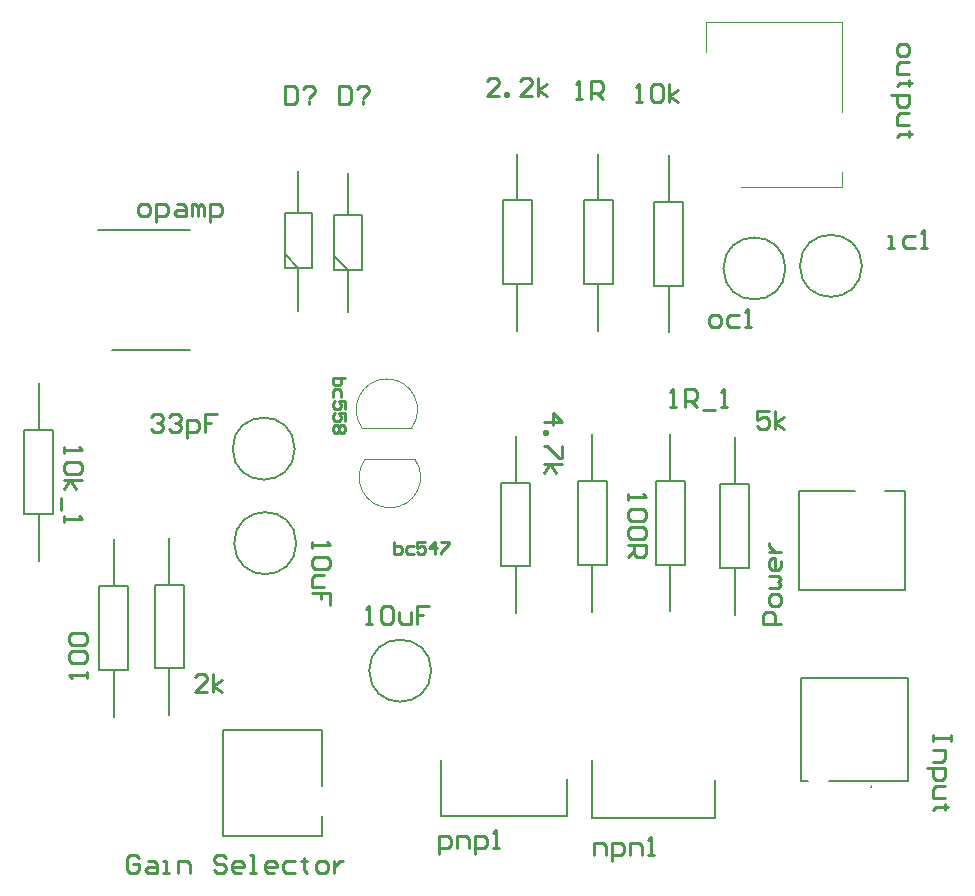
<source format=gto>
G04*
G04 #@! TF.GenerationSoftware,Altium Limited,Altium Designer,23.9.2 (47)*
G04*
G04 Layer_Color=65535*
%FSLAX44Y44*%
%MOMM*%
G71*
G04*
G04 #@! TF.SameCoordinates,F81C6849-98B2-4F71-9394-E41489A2B151*
G04*
G04*
G04 #@! TF.FilePolarity,Positive*
G04*
G01*
G75*
%ADD10C,0.2000*%
%ADD11C,0.1000*%
%ADD12C,0.2540*%
D10*
X934300Y781210D02*
G03*
X934300Y781210I-26250J0D01*
G01*
X999070Y783430D02*
G03*
X999070Y783430I-26250J0D01*
G01*
X518850Y628650D02*
G03*
X518850Y628650I-26250J0D01*
G01*
X520120Y548640D02*
G03*
X520120Y548640I-26250J0D01*
G01*
X1007110Y342840D02*
G03*
X1007110Y341840I0J-500D01*
G01*
D02*
G03*
X1007110Y342840I0J500D01*
G01*
D02*
G03*
X1007110Y341840I0J-500D01*
G01*
X634420Y440690D02*
G03*
X634420Y440690I-26250J0D01*
G01*
X891540Y598700D02*
Y638200D01*
Y488200D02*
Y527700D01*
X879290D02*
X903790D01*
Y598700D01*
X879290D02*
X903790D01*
X879290Y527700D02*
Y598700D01*
X542060Y342920D02*
Y390440D01*
Y342920D02*
Y390440D01*
X458060D02*
X542060D01*
X458060D02*
X542060D01*
X458060Y300440D02*
Y390440D01*
Y300440D02*
Y390440D01*
Y300440D02*
X542060D01*
X458060D02*
X542060D01*
Y317720D01*
Y300440D02*
Y317720D01*
X364510Y712470D02*
X430510D01*
X352160Y814070D02*
X430510D01*
X945600Y593180D02*
X993120D01*
X945600D02*
X993120D01*
X945600Y509180D02*
Y593180D01*
Y509180D02*
Y593180D01*
Y509180D02*
X1035600D01*
X945600D02*
X1035600D01*
Y593180D01*
Y509180D02*
Y593180D01*
X1018320D02*
X1035600D01*
X1018320D02*
X1035600D01*
X947110Y347340D02*
X953610D01*
X947110D02*
Y434340D01*
X1038110D01*
Y347340D02*
Y434340D01*
X971610Y347340D02*
X1038110D01*
X290010Y573420D02*
Y644420D01*
X314510D01*
Y573420D02*
Y644420D01*
X290010Y573420D02*
X314510D01*
X302260Y533920D02*
Y573420D01*
Y644420D02*
Y683920D01*
X353510Y441340D02*
Y512340D01*
X378010D01*
Y441340D02*
Y512340D01*
X353510Y441340D02*
X378010D01*
X365760Y401840D02*
Y441340D01*
Y512340D02*
Y551840D01*
X400500Y442610D02*
Y513610D01*
X425000D01*
Y442610D02*
Y513610D01*
X400500Y442610D02*
X425000D01*
X412750Y403110D02*
Y442610D01*
Y513610D02*
Y553110D01*
X749260Y317750D02*
Y349250D01*
X642560Y317750D02*
X749260D01*
X642560D02*
Y364750D01*
X875060Y315530D02*
Y347980D01*
X770860Y315530D02*
X875060D01*
X770860D02*
Y365330D01*
X510220Y781310D02*
Y827810D01*
X533720D01*
Y781310D02*
Y827810D01*
X510220Y781310D02*
X533720D01*
X510220Y793060D02*
X521970Y781310D01*
Y745440D02*
Y781310D01*
Y827810D02*
Y863680D01*
X552130Y780040D02*
Y826540D01*
X575630D01*
Y780040D02*
Y826540D01*
X552130Y780040D02*
X575630D01*
X552130Y791790D02*
X563880Y780040D01*
Y744170D02*
Y780040D01*
Y826540D02*
Y862410D01*
X707390Y838820D02*
Y878320D01*
Y728320D02*
Y767820D01*
X695140D02*
X719640D01*
Y838820D01*
X695140D02*
X719640D01*
X695140Y767820D02*
Y838820D01*
X775970D02*
Y878320D01*
Y728320D02*
Y767820D01*
X763720D02*
X788220D01*
Y838820D01*
X763720D02*
X788220D01*
X763720Y767820D02*
Y838820D01*
X835660Y837550D02*
Y877050D01*
Y727050D02*
Y766550D01*
X823410D02*
X847910D01*
Y837550D01*
X823410D02*
X847910D01*
X823410Y766550D02*
Y837550D01*
X770890Y601240D02*
Y640740D01*
Y490740D02*
Y530240D01*
X758640D02*
X783140D01*
Y601240D01*
X758640D02*
X783140D01*
X758640Y530240D02*
Y601240D01*
X706120Y599970D02*
Y639470D01*
Y489470D02*
Y528970D01*
X693870D02*
X718370D01*
Y599970D01*
X693870D02*
X718370D01*
X693870Y528970D02*
Y599970D01*
X836930Y601330D02*
Y640830D01*
Y490830D02*
Y530330D01*
X824680D02*
X849180D01*
Y601330D01*
X824680D02*
X849180D01*
X824680Y530330D02*
Y601330D01*
D11*
X617934Y646388D02*
G03*
X575892Y646351I-21035J15282D01*
G01*
X578405Y619802D02*
G03*
X620448Y619839I21035J-15282D01*
G01*
X575878Y646370D02*
X617921D01*
X578419Y619820D02*
X620462D01*
X982020Y850280D02*
Y863280D01*
X897020Y850280D02*
X982020D01*
X867020Y964880D02*
Y990280D01*
X982020D01*
Y914080D02*
Y990280D01*
D12*
X561258Y688806D02*
X551262D01*
Y683807D01*
X552928Y682141D01*
X554594D01*
X556260D01*
X557926Y683807D01*
Y688806D01*
Y672144D02*
Y677143D01*
X556260Y678809D01*
X552928D01*
X551262Y677143D01*
Y672144D01*
X561258Y662148D02*
Y668812D01*
X556260D01*
X557926Y665480D01*
Y663814D01*
X556260Y662148D01*
X552928D01*
X551262Y663814D01*
Y667146D01*
X552928Y668812D01*
X561258Y652151D02*
Y658815D01*
X556260D01*
X557926Y655483D01*
Y653817D01*
X556260Y652151D01*
X552928D01*
X551262Y653817D01*
Y657149D01*
X552928Y658815D01*
X559592Y648819D02*
X561258Y647152D01*
Y643820D01*
X559592Y642154D01*
X557926D01*
X556260Y643820D01*
X554594Y642154D01*
X552928D01*
X551262Y643820D01*
Y647152D01*
X552928Y648819D01*
X554594D01*
X556260Y647152D01*
X557926Y648819D01*
X559592D01*
X556260Y647152D02*
Y643820D01*
X602784Y549828D02*
Y539832D01*
X607783D01*
X609449Y541498D01*
Y543164D01*
Y544830D01*
X607783Y546496D01*
X602784D01*
X619445D02*
X614447D01*
X612781Y544830D01*
Y541498D01*
X614447Y539832D01*
X619445D01*
X629442Y549828D02*
X622778D01*
Y544830D01*
X626110Y546496D01*
X627776D01*
X629442Y544830D01*
Y541498D01*
X627776Y539832D01*
X624444D01*
X622778Y541498D01*
X637773Y539832D02*
Y549828D01*
X632775Y544830D01*
X639439D01*
X642771Y549828D02*
X649436D01*
Y548162D01*
X642771Y541498D01*
Y539832D01*
X387376Y281938D02*
X384837Y284478D01*
X379759D01*
X377220Y281938D01*
Y271782D01*
X379759Y269242D01*
X384837D01*
X387376Y271782D01*
Y276860D01*
X382298D01*
X394994Y279399D02*
X400072D01*
X402611Y276860D01*
Y269242D01*
X394994D01*
X392455Y271782D01*
X394994Y274321D01*
X402611D01*
X407690Y269242D02*
X412768D01*
X410229D01*
Y279399D01*
X407690D01*
X420386Y269242D02*
Y279399D01*
X428003D01*
X430542Y276860D01*
Y269242D01*
X461012Y281938D02*
X458473Y284478D01*
X453395D01*
X450856Y281938D01*
Y279399D01*
X453395Y276860D01*
X458473D01*
X461012Y274321D01*
Y271782D01*
X458473Y269242D01*
X453395D01*
X450856Y271782D01*
X473708Y269242D02*
X468630D01*
X466091Y271782D01*
Y276860D01*
X468630Y279399D01*
X473708D01*
X476248Y276860D01*
Y274321D01*
X466091D01*
X481326Y269242D02*
X486404D01*
X483865D01*
Y284478D01*
X481326D01*
X501639Y269242D02*
X496561D01*
X494022Y271782D01*
Y276860D01*
X496561Y279399D01*
X501639D01*
X504179Y276860D01*
Y274321D01*
X494022D01*
X519414Y279399D02*
X511796D01*
X509257Y276860D01*
Y271782D01*
X511796Y269242D01*
X519414D01*
X527031Y281938D02*
Y279399D01*
X524492D01*
X529570D01*
X527031D01*
Y271782D01*
X529570Y269242D01*
X539727D02*
X544805D01*
X547345Y271782D01*
Y276860D01*
X544805Y279399D01*
X539727D01*
X537188Y276860D01*
Y271782D01*
X539727Y269242D01*
X552423Y279399D02*
Y269242D01*
Y274321D01*
X554962Y276860D01*
X557501Y279399D01*
X560040D01*
X872495Y731523D02*
X877573D01*
X880113Y734062D01*
Y739140D01*
X877573Y741679D01*
X872495D01*
X869956Y739140D01*
Y734062D01*
X872495Y731523D01*
X895348Y741679D02*
X887730D01*
X885191Y739140D01*
Y734062D01*
X887730Y731523D01*
X895348D01*
X900426D02*
X905504D01*
X902965D01*
Y746758D01*
X900426Y744218D01*
X1021085Y798832D02*
X1026164D01*
X1023624D01*
Y808989D01*
X1021085D01*
X1043938D02*
X1036320D01*
X1033781Y806450D01*
Y801372D01*
X1036320Y798832D01*
X1043938D01*
X1049016D02*
X1054095D01*
X1051555D01*
Y814068D01*
X1049016Y811528D01*
X920750Y660397D02*
X910594D01*
Y652780D01*
X915672Y655319D01*
X918211D01*
X920750Y652780D01*
Y647702D01*
X918211Y645163D01*
X913133D01*
X910594Y647702D01*
X925829Y645163D02*
Y660397D01*
Y650241D02*
X933446Y655319D01*
X925829Y650241D02*
X933446Y645163D01*
X930908Y480071D02*
X915673D01*
Y487689D01*
X918212Y490228D01*
X923290D01*
X925829Y487689D01*
Y480071D01*
X930908Y497845D02*
Y502924D01*
X928368Y505463D01*
X923290D01*
X920751Y502924D01*
Y497845D01*
X923290Y495306D01*
X928368D01*
X930908Y497845D01*
X920751Y510541D02*
X928368D01*
X930908Y513080D01*
X928368Y515620D01*
X930908Y518159D01*
X928368Y520698D01*
X920751D01*
X930908Y533394D02*
Y528316D01*
X928368Y525776D01*
X923290D01*
X920751Y528316D01*
Y533394D01*
X923290Y535933D01*
X925829D01*
Y525776D01*
X920751Y541011D02*
X930908D01*
X925829D01*
X923290Y543551D01*
X920751Y546090D01*
Y548629D01*
X1074417Y386070D02*
Y380991D01*
Y383531D01*
X1059182D01*
Y386070D01*
Y380991D01*
Y373374D02*
X1069338D01*
Y365756D01*
X1066799Y363217D01*
X1059182D01*
X1054103Y358139D02*
X1069338D01*
Y350521D01*
X1066799Y347982D01*
X1061721D01*
X1059182Y350521D01*
Y358139D01*
X1069338Y342904D02*
X1061721D01*
X1059182Y340364D01*
Y332747D01*
X1069338D01*
X1071878Y325129D02*
X1069338D01*
Y327669D01*
Y322590D01*
Y325129D01*
X1061721D01*
X1059182Y322590D01*
X1028701Y968998D02*
Y963920D01*
X1031240Y961380D01*
X1036319D01*
X1038858Y963920D01*
Y968998D01*
X1036319Y971537D01*
X1031240D01*
X1028701Y968998D01*
X1038858Y956302D02*
X1031240D01*
X1028701Y953763D01*
Y946145D01*
X1038858D01*
X1041397Y938528D02*
X1038858D01*
Y941067D01*
Y935989D01*
Y938528D01*
X1031240D01*
X1028701Y935989D01*
X1023623Y928371D02*
X1038858D01*
Y920754D01*
X1036319Y918214D01*
X1031240D01*
X1028701Y920754D01*
Y928371D01*
X1038858Y913136D02*
X1031240D01*
X1028701Y910597D01*
Y902979D01*
X1038858D01*
X1041397Y895362D02*
X1038858D01*
Y897901D01*
Y892823D01*
Y895362D01*
X1031240D01*
X1028701Y892823D01*
X388631Y825501D02*
X393709D01*
X396248Y828040D01*
Y833118D01*
X393709Y835658D01*
X388631D01*
X386091Y833118D01*
Y828040D01*
X388631Y825501D01*
X401327Y820423D02*
Y835658D01*
X408944D01*
X411483Y833118D01*
Y828040D01*
X408944Y825501D01*
X401327D01*
X419101Y835658D02*
X424179D01*
X426718Y833118D01*
Y825501D01*
X419101D01*
X416562Y828040D01*
X419101Y830579D01*
X426718D01*
X431797Y825501D02*
Y835658D01*
X434336D01*
X436875Y833118D01*
Y825501D01*
Y833118D01*
X439414Y835658D01*
X441953Y833118D01*
Y825501D01*
X447032Y820423D02*
Y835658D01*
X454649D01*
X457188Y833118D01*
Y828040D01*
X454649Y825501D01*
X447032D01*
X397519Y655318D02*
X400058Y657857D01*
X405137D01*
X407676Y655318D01*
Y652778D01*
X405137Y650239D01*
X402597D01*
X405137D01*
X407676Y647700D01*
Y645161D01*
X405137Y642622D01*
X400058D01*
X397519Y645161D01*
X412754Y655318D02*
X415293Y657857D01*
X420372D01*
X422911Y655318D01*
Y652778D01*
X420372Y650239D01*
X417832D01*
X420372D01*
X422911Y647700D01*
Y645161D01*
X420372Y642622D01*
X415293D01*
X412754Y645161D01*
X427989Y637543D02*
Y652778D01*
X435607D01*
X438146Y650239D01*
Y645161D01*
X435607Y642622D01*
X427989D01*
X453381Y657857D02*
X443224D01*
Y650239D01*
X448303D01*
X443224D01*
Y642622D01*
X444500Y422912D02*
X434344D01*
X444500Y433069D01*
Y435608D01*
X441961Y438148D01*
X436883D01*
X434344Y435608D01*
X449579Y422912D02*
Y438148D01*
Y427991D02*
X457196Y433069D01*
X449579Y427991D02*
X457196Y422912D01*
X533402Y549901D02*
Y544823D01*
Y547362D01*
X548638D01*
X546098Y549901D01*
Y537206D02*
X548638Y534666D01*
Y529588D01*
X546098Y527049D01*
X535942D01*
X533402Y529588D01*
Y534666D01*
X535942Y537206D01*
X546098D01*
X543559Y521970D02*
X535942D01*
X533402Y519431D01*
Y511814D01*
X543559D01*
X548638Y496579D02*
Y506735D01*
X541020D01*
Y501657D01*
Y506735D01*
X533402D01*
X342897Y434346D02*
Y439425D01*
Y436885D01*
X327662D01*
X330202Y434346D01*
Y447042D02*
X327662Y449581D01*
Y454660D01*
X330202Y457199D01*
X340358D01*
X342897Y454660D01*
Y449581D01*
X340358Y447042D01*
X330202D01*
Y462277D02*
X327662Y464816D01*
Y469895D01*
X330202Y472434D01*
X340358D01*
X342897Y469895D01*
Y464816D01*
X340358Y462277D01*
X330202D01*
X323852Y629910D02*
Y624831D01*
Y627370D01*
X339087D01*
X336548Y629910D01*
Y617214D02*
X339087Y614675D01*
Y609596D01*
X336548Y607057D01*
X326391D01*
X323852Y609596D01*
Y614675D01*
X326391Y617214D01*
X336548D01*
X323852Y601979D02*
X339087D01*
X328930D02*
X334009Y594361D01*
X328930Y601979D02*
X323852Y594361D01*
X321313Y586744D02*
Y576587D01*
X323852Y571509D02*
Y566430D01*
Y568969D01*
X339087D01*
X336548Y571509D01*
X641358Y285753D02*
Y300988D01*
X648976D01*
X651515Y298449D01*
Y293371D01*
X648976Y290832D01*
X641358D01*
X656593D02*
Y300988D01*
X664211D01*
X666750Y298449D01*
Y290832D01*
X671828Y285753D02*
Y300988D01*
X679446D01*
X681985Y298449D01*
Y293371D01*
X679446Y290832D01*
X671828D01*
X687063D02*
X692142D01*
X689603D01*
Y306067D01*
X687063Y303528D01*
X772088Y284482D02*
Y294638D01*
X779706D01*
X782245Y292099D01*
Y284482D01*
X787323Y279403D02*
Y294638D01*
X794941D01*
X797480Y292099D01*
Y287021D01*
X794941Y284482D01*
X787323D01*
X802558D02*
Y294638D01*
X810176D01*
X812715Y292099D01*
Y284482D01*
X817793D02*
X822871D01*
X820332D01*
Y299717D01*
X817793Y297178D01*
X510544Y935987D02*
Y920752D01*
X518162D01*
X520701Y923292D01*
Y933448D01*
X518162Y935987D01*
X510544D01*
X525779Y933448D02*
X528318Y935987D01*
X533397D01*
X535936Y933448D01*
Y930909D01*
X530858Y925831D01*
Y923292D02*
Y920752D01*
X556264Y935987D02*
Y920752D01*
X563882D01*
X566421Y923292D01*
Y933448D01*
X563882Y935987D01*
X556264D01*
X571499Y933448D02*
X574038Y935987D01*
X579117D01*
X581656Y933448D01*
Y930909D01*
X576577Y925831D01*
Y923292D02*
Y920752D01*
X801373Y590541D02*
Y585463D01*
Y588002D01*
X816608D01*
X814068Y590541D01*
Y577845D02*
X816608Y575306D01*
Y570228D01*
X814068Y567689D01*
X803912D01*
X801373Y570228D01*
Y575306D01*
X803912Y577845D01*
X814068D01*
Y562610D02*
X816608Y560071D01*
Y554993D01*
X814068Y552454D01*
X803912D01*
X801373Y554993D01*
Y560071D01*
X803912Y562610D01*
X814068D01*
X801373Y547375D02*
X816608D01*
Y539758D01*
X814068Y537219D01*
X808990D01*
X806451Y539758D01*
Y547375D01*
Y542297D02*
X801373Y537219D01*
X579120Y479806D02*
X584198D01*
X581659D01*
Y495041D01*
X579120Y492502D01*
X591816D02*
X594355Y495041D01*
X599433D01*
X601973Y492502D01*
Y482345D01*
X599433Y479806D01*
X594355D01*
X591816Y482345D01*
Y492502D01*
X607051Y489963D02*
Y482345D01*
X609590Y479806D01*
X617208D01*
Y489963D01*
X632443Y495041D02*
X622286D01*
Y487424D01*
X627364D01*
X622286D01*
Y479806D01*
X807726Y922022D02*
X812804D01*
X810265D01*
Y937258D01*
X807726Y934718D01*
X820422D02*
X822961Y937258D01*
X828039D01*
X830578Y934718D01*
Y924562D01*
X828039Y922022D01*
X822961D01*
X820422Y924562D01*
Y934718D01*
X835657Y922022D02*
Y937258D01*
Y927101D02*
X843274Y932179D01*
X835657Y927101D02*
X843274Y922022D01*
X730253Y651504D02*
X745488D01*
X737870Y659122D01*
Y648965D01*
X730253Y643887D02*
X732792D01*
Y641348D01*
X730253D01*
Y643887D01*
X745488Y631191D02*
Y621034D01*
X742948D01*
X732792Y631191D01*
X730253D01*
Y615956D02*
X745488D01*
X735331D02*
X740409Y608338D01*
X735331Y615956D02*
X730253Y608338D01*
X692155Y927103D02*
X681998D01*
X692155Y937259D01*
Y939798D01*
X689616Y942337D01*
X684537D01*
X681998Y939798D01*
X697233Y927103D02*
Y929642D01*
X699772D01*
Y927103D01*
X697233D01*
X720086D02*
X709929D01*
X720086Y937259D01*
Y939798D01*
X717547Y942337D01*
X712468D01*
X709929Y939798D01*
X725164Y927103D02*
Y942337D01*
Y932181D02*
X732782Y937259D01*
X725164Y932181D02*
X732782Y927103D01*
X836938Y664212D02*
X842016D01*
X839477D01*
Y679447D01*
X836938Y676908D01*
X849634Y664212D02*
Y679447D01*
X857251D01*
X859790Y676908D01*
Y671830D01*
X857251Y669290D01*
X849634D01*
X854712D02*
X859790Y664212D01*
X864869Y661673D02*
X875025D01*
X880104Y664212D02*
X885182D01*
X882643D01*
Y679447D01*
X880104Y676908D01*
X756924Y924563D02*
X762002D01*
X759463D01*
Y939798D01*
X756924Y937258D01*
X769620Y924563D02*
Y939798D01*
X777237D01*
X779776Y937258D01*
Y932180D01*
X777237Y929641D01*
X769620D01*
X774698D02*
X779776Y924563D01*
M02*

</source>
